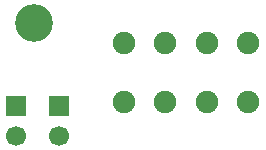
<source format=gbs>
G04 #@! TF.GenerationSoftware,KiCad,Pcbnew,9.0.2*
G04 #@! TF.CreationDate,2025-09-13T00:07:02-05:00*
G04 #@! TF.ProjectId,pcb-bulkplate-passthrough,7063622d-6275-46c6-9b70-6c6174652d70,V1.0*
G04 #@! TF.SameCoordinates,Original*
G04 #@! TF.FileFunction,Soldermask,Bot*
G04 #@! TF.FilePolarity,Negative*
%FSLAX46Y46*%
G04 Gerber Fmt 4.6, Leading zero omitted, Abs format (unit mm)*
G04 Created by KiCad (PCBNEW 9.0.2) date 2025-09-13 00:07:02*
%MOMM*%
%LPD*%
G01*
G04 APERTURE LIST*
%ADD10C,1.900000*%
%ADD11C,3.200000*%
%ADD12R,1.700000X1.700000*%
%ADD13C,1.700000*%
G04 APERTURE END LIST*
D10*
X84599996Y-61600000D03*
X84599996Y-66600000D03*
X88099999Y-61600000D03*
X88099999Y-66600000D03*
X91600000Y-61600000D03*
X91600000Y-66600000D03*
X95100000Y-61600000D03*
X95100000Y-66600000D03*
D11*
X77000000Y-59900000D03*
D12*
X79100000Y-67000000D03*
D13*
X79100000Y-69540000D03*
D12*
X75475000Y-67000000D03*
D13*
X75475000Y-69540000D03*
M02*

</source>
